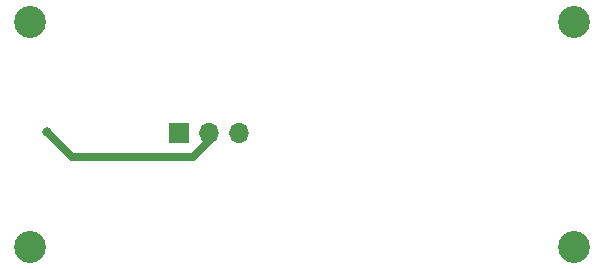
<source format=gbr>
%TF.GenerationSoftware,KiCad,Pcbnew,7.0.9*%
%TF.CreationDate,2025-07-28T09:11:42-04:00*%
%TF.ProjectId,bb8DomeNeopixels,62623844-6f6d-4654-9e65-6f706978656c,rev?*%
%TF.SameCoordinates,Original*%
%TF.FileFunction,Copper,L2,Bot*%
%TF.FilePolarity,Positive*%
%FSLAX46Y46*%
G04 Gerber Fmt 4.6, Leading zero omitted, Abs format (unit mm)*
G04 Created by KiCad (PCBNEW 7.0.9) date 2025-07-28 09:11:42*
%MOMM*%
%LPD*%
G01*
G04 APERTURE LIST*
%TA.AperFunction,ComponentPad*%
%ADD10R,1.700000X1.700000*%
%TD*%
%TA.AperFunction,ComponentPad*%
%ADD11O,1.700000X1.700000*%
%TD*%
%TA.AperFunction,ViaPad*%
%ADD12C,2.700000*%
%TD*%
%TA.AperFunction,ViaPad*%
%ADD13C,0.800000*%
%TD*%
%TA.AperFunction,Conductor*%
%ADD14C,0.700000*%
%TD*%
G04 APERTURE END LIST*
D10*
%TO.P,J1,1,Pin_1*%
%TO.N,+3V3*%
X130130000Y-79390000D03*
D11*
%TO.P,J1,2,Pin_2*%
%TO.N,/Sin*%
X132670000Y-79390000D03*
%TO.P,J1,3,Pin_3*%
%TO.N,GND*%
X135210000Y-79390000D03*
%TD*%
D12*
%TO.N,*%
X117570000Y-89041250D03*
X163570000Y-70041250D03*
X117570000Y-70041250D03*
X163570000Y-89041250D03*
D13*
%TO.N,/Sin*%
X119000000Y-79320000D03*
%TD*%
D14*
%TO.N,/Sin*%
X132670000Y-80100000D02*
X132670000Y-79390000D01*
X131330000Y-81440000D02*
X132670000Y-80100000D01*
X119000000Y-79320000D02*
X121120000Y-81440000D01*
X121120000Y-81440000D02*
X131330000Y-81440000D01*
%TD*%
M02*

</source>
